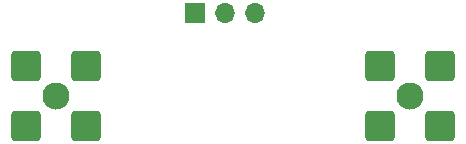
<source format=gbr>
%TF.GenerationSoftware,KiCad,Pcbnew,8.0.2*%
%TF.CreationDate,2025-01-04T01:45:44+01:00*%
%TF.ProjectId,biastee1,62696173-7465-4653-912e-6b696361645f,rev?*%
%TF.SameCoordinates,Original*%
%TF.FileFunction,Soldermask,Bot*%
%TF.FilePolarity,Negative*%
%FSLAX46Y46*%
G04 Gerber Fmt 4.6, Leading zero omitted, Abs format (unit mm)*
G04 Created by KiCad (PCBNEW 8.0.2) date 2025-01-04 01:45:44*
%MOMM*%
%LPD*%
G01*
G04 APERTURE LIST*
G04 Aperture macros list*
%AMRoundRect*
0 Rectangle with rounded corners*
0 $1 Rounding radius*
0 $2 $3 $4 $5 $6 $7 $8 $9 X,Y pos of 4 corners*
0 Add a 4 corners polygon primitive as box body*
4,1,4,$2,$3,$4,$5,$6,$7,$8,$9,$2,$3,0*
0 Add four circle primitives for the rounded corners*
1,1,$1+$1,$2,$3*
1,1,$1+$1,$4,$5*
1,1,$1+$1,$6,$7*
1,1,$1+$1,$8,$9*
0 Add four rect primitives between the rounded corners*
20,1,$1+$1,$2,$3,$4,$5,0*
20,1,$1+$1,$4,$5,$6,$7,0*
20,1,$1+$1,$6,$7,$8,$9,0*
20,1,$1+$1,$8,$9,$2,$3,0*%
G04 Aperture macros list end*
%ADD10C,2.300000*%
%ADD11RoundRect,0.250000X-1.000000X1.000000X-1.000000X-1.000000X1.000000X-1.000000X1.000000X1.000000X0*%
%ADD12RoundRect,0.250000X1.000000X-1.000000X1.000000X1.000000X-1.000000X1.000000X-1.000000X-1.000000X0*%
%ADD13R,1.700000X1.700000*%
%ADD14O,1.700000X1.700000*%
G04 APERTURE END LIST*
D10*
%TO.C,J1_rf1*%
X194650000Y-106000000D03*
D11*
X197190000Y-103460000D03*
X192110000Y-103460000D03*
X197190000Y-108540000D03*
X192110000Y-108540000D03*
%TD*%
D10*
%TO.C,J2_rfdc1*%
X164650000Y-106000000D03*
D12*
X162110000Y-108540000D03*
X167190000Y-108540000D03*
X162110000Y-103460000D03*
X167190000Y-103460000D03*
%TD*%
D13*
%TO.C,J1*%
X176420000Y-99000000D03*
D14*
X178960000Y-99000000D03*
X181500000Y-99000000D03*
%TD*%
M02*

</source>
